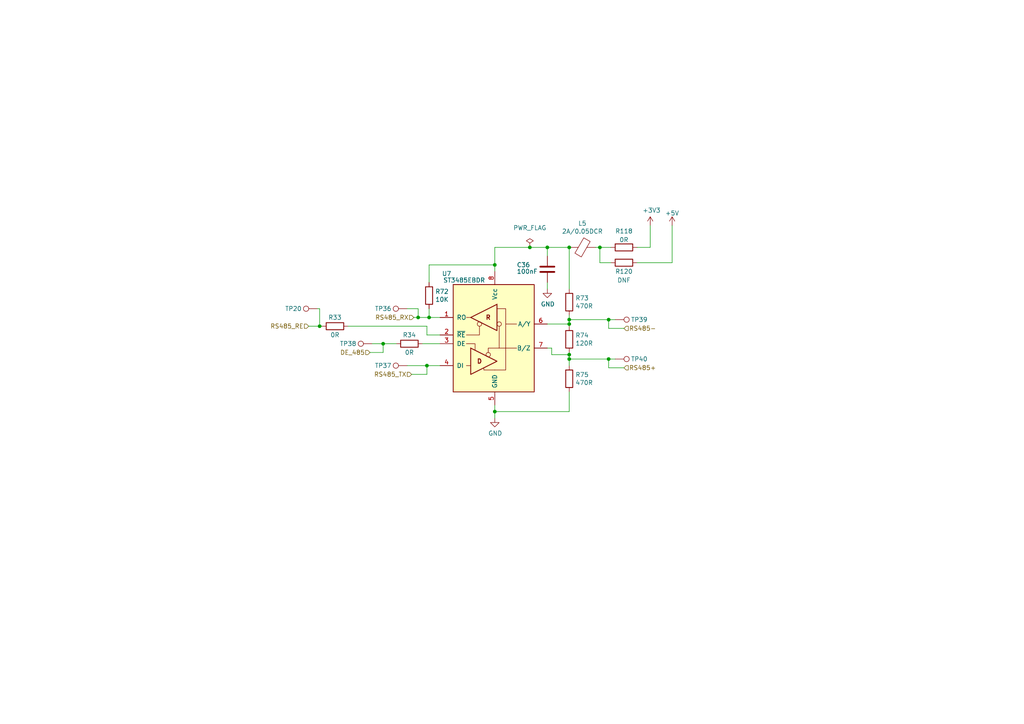
<source format=kicad_sch>
(kicad_sch (version 20230121) (generator eeschema)
  (paper "A4")
  (title_block (title "Open Smart Monitor") (date "2023-12-05") (rev "C.4") (company "Devtank LTD") (comment 1 "Part No: 304-010"))
  (lib_symbols
    (symbol "Device:C" (pin_numbers hide) (pin_names (offset 0.254))
      (property "Reference" "C" (at 0.635 2.54 0))
      (property "Value" "C" (at 0.635 -2.54 0))
      (symbol "C_0_1"
        (polyline (pts (xy -2.032 -0.762) (xy 2.032 -0.762)) (stroke (width 0.508)))
        (polyline (pts (xy -2.032 0.762) (xy 2.032 0.762)) (stroke (width 0.508)))
      )
      (symbol "C_1_1"
        (pin passive line (at 0 3.81 270) (length 2.794) (name "~") (number "1"))
        (pin passive line (at 0 -3.81 90) (length 2.794) (name "~") (number "2"))
      )
    )
    (symbol "Device:FerriteBead" (pin_numbers hide) (pin_names (offset 0))
      (property "Reference" "FB" (at -3.81 0.635 90))
      (property "Value" "FerriteBead" (at 3.81 0 90))
      (symbol "FerriteBead_0_1"
        (polyline (pts (xy 0 -1.27) (xy 0 -1.2192)))
        (polyline (pts (xy 0 1.27) (xy 0 1.2954)))
        (polyline (pts (xy -2.7686 0.4064) (xy -1.7018 2.2606) (xy 2.7686 -0.3048) (xy 1.6764 -2.159) (xy -2.7686 0.4064)))
      )
      (symbol "FerriteBead_1_1"
        (pin passive line (at 0 3.81 270) (length 2.54) (name "~") (number "1"))
        (pin passive line (at 0 -3.81 90) (length 2.54) (name "~") (number "2"))
      )
    )
    (symbol "Device:R" (pin_numbers hide) (pin_names (offset 0))
      (property "Reference" "R" (at 2.032 0 90))
      (property "Value" "R" (at 0 0 90))
      (symbol "R_0_1"
        (rectangle (start -1.016 -2.54) (end 1.016 2.54) (stroke (width 0.254)))
      )
      (symbol "R_1_1"
        (pin passive line (at 0 3.81 270) (length 1.27) (name "~") (number "1"))
        (pin passive line (at 0 -3.81 90) (length 1.27) (name "~") (number "2"))
      )
    )
    (symbol "OSM_env01-rescue:ISL83485-Devtank-ESP32-EVB_Rev_D-rescue" (pin_names (offset 1.016))
      (property "Reference" "U" (at -15.24 21.59 0))
      (property "Value" "ISL83485-Devtank-ESP32-EVB_Rev_D-rescue" (at -15.24 19.05 0))
      (symbol "ISL83485-Devtank-ESP32-EVB_Rev_D-rescue_0_0"
        (text "D" (at -4.445 -5.08 0) (effects (font (size 1.27 1.27) bold)))
        (text "R" (at -1.905 7.62 0) (effects (font (size 1.27 1.27) bold)))
      )
      (symbol "ISL83485-Devtank-ESP32-EVB_Rev_D-rescue_0_1"
        (rectangle (start -12.065 17.145) (end 11.43 -13.97) (stroke (width 0.254)) (fill (type background)))
        (polyline (pts (xy -8.255 -6.35) (xy -6.985 -6.35)))
        (polyline (pts (xy -6.985 7.62) (xy -8.255 7.62)))
        (polyline (pts (xy 1.27 -1.27) (xy 6.35 -1.27)))
        (polyline (pts (xy 3.175 -6.35) (xy 3.175 -2.54)))
        (polyline (pts (xy 3.175 -2.54) (xy 3.175 10.16)))
        (polyline (pts (xy -5.715 -1.905) (xy -5.715 0) (xy -8.255 0)))
        (polyline (pts (xy -4.445 5.08) (xy -4.445 2.54) (xy -8.255 2.54)))
        (polyline (pts (xy 0 -7.62) (xy -3.175 -7.62) (xy -3.175 -6.985)))
        (polyline (pts (xy 3.175 -6.35) (xy 3.175 -7.62) (xy 0 -7.62)))
        (polyline (pts (xy 3.175 10.16) (xy 0.635 10.16) (xy 0.635 10.16)))
        (polyline (pts (xy 1.27 5.08) (xy 1.27 -1.27) (xy -1.905 -1.27) (xy -1.905 -2.54)))
        (polyline (pts (xy -6.985 -1.27) (xy -6.985 -8.89) (xy 0.635 -5.08) (xy -6.985 -1.27) (xy -6.985 -1.27)) (stroke (width 0.254)))
        (polyline (pts (xy 0.635 11.43) (xy 0.635 3.81) (xy -6.985 7.62) (xy 0.635 11.43) (xy 0.635 11.43)) (stroke (width 0.254)))
        (circle (center 1.27 5.715) (radius 0.635))
        (rectangle (start 3.175 5.715) (end 6.35 5.715))
      )
      (symbol "ISL83485-Devtank-ESP32-EVB_Rev_D-rescue_1_1"
        (circle (center -4.445 5.715) (radius 0.635))
        (circle (center -1.905 -3.175) (radius 0.635))
        (pin output line (at -15.875 7.62 0) (length 3.81) (name "RO") (number "1"))
        (pin input line (at -15.875 2.54 0) (length 3.81) (name "~{RE}") (number "2"))
        (pin input line (at -15.875 0 0) (length 3.81) (name "DE") (number "3"))
        (pin input line (at -15.875 -6.35 0) (length 3.81) (name "DI") (number "4"))
        (pin power_in line (at 0 -17.78 90) (length 3.81) (name "GND") (number "5"))
        (pin output line (at 15.24 5.715 180) (length 3.81) (name "A/Y") (number "6"))
        (pin input line (at 15.24 -1.27 180) (length 3.81) (name "B/Z") (number "7"))
        (pin power_in line (at 0 20.955 270) (length 3.81) (name "Vcc") (number "8"))
      )
    )
    (symbol "OSM_env01-rescue:Test_Point-Connector-ESP32-EVB_Rev_D-rescue" (pin_numbers hide) (pin_names (offset 0.762) hide)
      (property "Reference" "TP" (at 0 6.858 0))
      (property "Value" "Test_Point-Connector-ESP32-EVB_Rev_D-rescue" (at 0 5.08 0))
      (symbol "Test_Point-Connector-ESP32-EVB_Rev_D-rescue_0_1"
        (circle (center 0 3.302) (radius 0.762))
      )
      (symbol "Test_Point-Connector-ESP32-EVB_Rev_D-rescue_1_1"
        (pin passive line (at 0 0 90) (length 2.54) (name "1") (number "1"))
      )
    )
    (symbol "OSM_env01:+5V" (power) (pin_names (offset 0))
      (property "Value" "+5V" (at 0 3.556 0))
      (symbol "+5V_0_1"
        (polyline (pts (xy -0.762 1.27) (xy 0 2.54)))
        (polyline (pts (xy 0 0) (xy 0 2.54)))
        (polyline (pts (xy 0 2.54) (xy 0.762 1.27)))
      )
      (symbol "+5V_1_1"
        (pin power_in line (at 0 0 90) (length 0) hide (name "+5V") (number "1"))
      )
    )
    (symbol "power:+3V3" (power) (pin_names (offset 0))
      (property "Value" "+3V3" (at 0 3.556 0))
      (symbol "+3V3_0_1"
        (polyline (pts (xy -0.762 1.27) (xy 0 2.54)))
        (polyline (pts (xy 0 0) (xy 0 2.54)))
        (polyline (pts (xy 0 2.54) (xy 0.762 1.27)))
      )
      (symbol "+3V3_1_1"
        (pin power_in line (at 0 0 90) (length 0) hide (name "+3V3") (number "1"))
      )
    )
    (symbol "power:GND" (power) (pin_names (offset 0))
      (property "Value" "GND" (at 0 -3.81 0))
      (symbol "GND_0_1"
        (polyline (pts (xy 0 0) (xy 0 -1.27) (xy 1.27 -1.27) (xy 0 -2.54) (xy -1.27 -1.27) (xy 0 -1.27)))
      )
      (symbol "GND_1_1"
        (pin power_in line (at 0 0 270) (length 0) hide (name "GND") (number "1"))
      )
    )
    (symbol "power:PWR_FLAG" (power) (pin_numbers hide) (pin_names (offset 0) hide)
      (property "Value" "PWR_FLAG" (at 0 3.81 0))
      (symbol "PWR_FLAG_0_0"
        (pin power_out line (at 0 0 90) (length 0) (name "pwr") (number "1"))
      )
      (symbol "PWR_FLAG_0_1"
        (polyline (pts (xy 0 0) (xy 0 1.27) (xy -1.016 1.905) (xy 0 2.54) (xy 1.016 1.905) (xy 0 1.27)))
      )
    )
  )
  (junction (at 173.99 71.755))
  (junction (at 176.53 104.14))
  (junction (at 143.51 119.38))
  (junction (at 176.53 92.71))
  (junction (at 158.75 71.755))
  (junction (at 165.1 102.87))
  (junction (at 143.51 76.835))
  (junction (at 92.71 94.615))
  (junction (at 165.1 71.755))
  (junction (at 165.1 104.14))
  (junction (at 121.285 92.075))
  (junction (at 153.67 71.755))
  (junction (at 123.825 106.045))
  (junction (at 165.1 93.98))
  (junction (at 111.125 99.695))
  (junction (at 165.1 92.71))
  (junction (at 124.46 92.075))
  (wire (pts (xy 172.72 71.755) (xy 173.99 71.755)))
  (wire (pts (xy 158.75 83.82) (xy 158.75 81.915)))
  (wire (pts (xy 127.635 92.075) (xy 124.46 92.075)))
  (wire (pts (xy 165.1 92.71) (xy 165.1 91.44)))
  (wire (pts (xy 160.02 100.965) (xy 160.02 102.87)))
  (wire (pts (xy 176.53 92.71) (xy 178.435 92.71)))
  (wire (pts (xy 184.785 76.2) (xy 194.945 76.2)))
  (wire (pts (xy 165.1 104.14) (xy 176.53 104.14)))
  (wire (pts (xy 121.285 92.075) (xy 124.46 92.075)))
  (wire (pts (xy 119.38 108.585) (xy 123.825 108.585)))
  (wire (pts (xy 184.785 71.755) (xy 188.595 71.755)))
  (wire (pts (xy 165.1 104.14) (xy 165.1 102.87)))
  (wire (pts (xy 118.11 89.535) (xy 121.285 89.535)))
  (wire (pts (xy 111.125 99.695) (xy 111.125 102.235)))
  (wire (pts (xy 158.75 100.965) (xy 160.02 100.965)))
  (wire (pts (xy 165.1 93.98) (xy 165.1 92.71)))
  (wire (pts (xy 143.51 71.755) (xy 143.51 76.835)))
  (wire (pts (xy 120.015 92.075) (xy 121.285 92.075)))
  (wire (pts (xy 100.965 94.615) (xy 123.825 94.615)))
  (wire (pts (xy 124.46 81.915) (xy 124.46 76.835)))
  (wire (pts (xy 176.53 106.68) (xy 176.53 104.14)))
  (wire (pts (xy 143.51 119.38) (xy 165.1 119.38)))
  (wire (pts (xy 127.635 97.155) (xy 123.825 97.155)))
  (wire (pts (xy 165.1 106.045) (xy 165.1 104.14)))
  (wire (pts (xy 143.51 121.285) (xy 143.51 119.38)))
  (wire (pts (xy 153.67 71.755) (xy 158.75 71.755)))
  (wire (pts (xy 165.1 119.38) (xy 165.1 113.665)))
  (wire (pts (xy 143.51 117.475) (xy 143.51 119.38)))
  (wire (pts (xy 173.99 71.755) (xy 177.165 71.755)))
  (wire (pts (xy 194.945 65.405) (xy 194.945 76.2)))
  (wire (pts (xy 121.285 89.535) (xy 121.285 92.075)))
  (wire (pts (xy 111.125 99.695) (xy 114.935 99.695)))
  (wire (pts (xy 123.825 97.155) (xy 123.825 94.615)))
  (wire (pts (xy 124.46 92.075) (xy 124.46 89.535)))
  (wire (pts (xy 92.71 89.535) (xy 92.71 94.615)))
  (wire (pts (xy 160.02 102.87) (xy 165.1 102.87)))
  (wire (pts (xy 165.1 102.87) (xy 165.1 102.235)))
  (wire (pts (xy 107.95 99.695) (xy 111.125 99.695)))
  (wire (pts (xy 92.71 94.615) (xy 89.535 94.615)))
  (wire (pts (xy 176.53 104.14) (xy 178.435 104.14)))
  (wire (pts (xy 177.165 76.2) (xy 173.99 76.2)))
  (wire (pts (xy 123.825 106.045) (xy 127.635 106.045)))
  (wire (pts (xy 111.125 102.235) (xy 107.315 102.235)))
  (wire (pts (xy 165.1 92.71) (xy 176.53 92.71)))
  (wire (pts (xy 143.51 76.835) (xy 143.51 78.74)))
  (wire (pts (xy 92.075 89.535) (xy 92.71 89.535)))
  (wire (pts (xy 143.51 71.755) (xy 153.67 71.755)))
  (wire (pts (xy 158.75 74.295) (xy 158.75 71.755)))
  (wire (pts (xy 127.635 99.695) (xy 122.555 99.695)))
  (wire (pts (xy 123.825 108.585) (xy 123.825 106.045)))
  (wire (pts (xy 188.595 65.405) (xy 188.595 71.755)))
  (wire (pts (xy 176.53 95.25) (xy 176.53 92.71)))
  (wire (pts (xy 165.1 71.755) (xy 165.1 83.82)))
  (wire (pts (xy 173.99 76.2) (xy 173.99 71.755)))
  (wire (pts (xy 165.1 93.98) (xy 158.75 93.98)))
  (wire (pts (xy 180.975 106.68) (xy 176.53 106.68)))
  (wire (pts (xy 124.46 76.835) (xy 143.51 76.835)))
  (wire (pts (xy 158.75 71.755) (xy 165.1 71.755)))
  (wire (pts (xy 93.345 94.615) (xy 92.71 94.615)))
  (wire (pts (xy 118.11 106.045) (xy 123.825 106.045)))
  (wire (pts (xy 165.1 94.615) (xy 165.1 93.98)))
  (wire (pts (xy 180.975 95.25) (xy 176.53 95.25)))
  (hierarchical_label "RS485_RE" (shape input) (at 89.535 94.615 180))
  (hierarchical_label "RS485_RX" (shape input) (at 120.015 92.075 180))
  (hierarchical_label "RS485_TX" (shape input) (at 119.38 108.585 180))
  (hierarchical_label "RS485-" (shape input) (at 180.975 95.25 0))
  (hierarchical_label "RS485+" (shape input) (at 180.975 106.68 0))
  (hierarchical_label "DE_485" (shape input) (at 107.315 102.235 180))
  (symbol (lib_id "OSM_env01-rescue:ISL83485-Devtank-ESP32-EVB_Rev_D-rescue") (at 143.51 99.695 0) (unit 1)
    (property "Reference" "U7" (at 129.54 79.375 0))
    (property "Value" "ST3485EBDR" (at 134.62 81.28 0))
    (property "Footprint" "Package_SO:SOIC-8_3.9x4.9mm_P1.27mm" (effects hide))
    (property "Datasheet" "http://www.intersil.com/content/dam/Intersil/documents/isl8/isl83483-85-88-90-91.https://www.mouser.co.uk/datasheet/2/389/st3485eb-1850066.pdf" (effects hide))
    (property "Manufacturer" "STMicroelectronics " (effects hide))
    (property "Manufacturer Part Number" "ST3485EBDR" (effects hide))
  )
  (symbol (lib_id "Device:C") (at 158.75 78.105 0) (unit 1)
    (property "Reference" "C36" (at 149.86 76.835 0) (effects (justify left)))
    (property "Value" "100nF" (at 149.86 78.74 0) (effects (justify left)))
    (property "Footprint" "Capacitor_SMD:C_0402_1005Metric" (effects hide))
    (property "Voltage" "50V" (effects hide))
    (property "Characteristics" "X5R" (effects hide))
    (property "Other" "Can use own part, but needs to meet the specs" (effects hide))
  )
  (symbol (lib_id "Device:R") (at 124.46 85.725 0) (unit 1)
    (property "Reference" "R72" (at 126.238 84.5566 0) (effects (justify left)))
    (property "Value" "10K" (at 126.238 86.868 0) (effects (justify left)))
    (property "Footprint" "Resistor_SMD:R_0402_1005Metric" (effects hide))
    (property "Tolerance" "1%" (effects hide))
  )
  (symbol (lib_id "Device:R") (at 165.1 87.63 0) (unit 1)
    (property "Reference" "R73" (at 166.878 86.4616 0) (effects (justify left)))
    (property "Value" "470R" (at 166.878 88.773 0) (effects (justify left)))
    (property "Footprint" "Resistor_SMD:R_0603_1608Metric" (effects hide))
    (property "Tolerance" "1%" (effects hide))
  )
  (symbol (lib_id "Device:R") (at 165.1 98.425 0) (unit 1)
    (property "Reference" "R74" (at 166.878 97.2566 0) (effects (justify left)))
    (property "Value" "120R" (at 166.878 99.568 0) (effects (justify left)))
    (property "Footprint" "Resistor_SMD:R_0603_1608Metric" (effects hide))
    (property "Tolerance" "1%" (effects hide))
  )
  (symbol (lib_id "Device:R") (at 165.1 109.855 0) (unit 1)
    (property "Reference" "R75" (at 166.878 108.6866 0) (effects (justify left)))
    (property "Value" "470R" (at 166.878 110.998 0) (effects (justify left)))
    (property "Footprint" "Resistor_SMD:R_0603_1608Metric" (effects hide))
    (property "Tolerance" "1%" (effects hide))
  )
  (symbol (lib_id "power:GND") (at 143.51 121.285 0) (unit 1)
    (property "Reference" "#PWR056" (effects hide))
    (property "Value" "GND" (at 143.637 125.6792 0))
  )
  (symbol (lib_id "power:GND") (at 158.75 83.82 0) (unit 1)
    (property "Reference" "#PWR057" (effects hide))
    (property "Value" "GND" (at 158.877 88.2142 0))
  )
  (symbol (lib_id "OSM_env01-rescue:Test_Point-Connector-ESP32-EVB_Rev_D-rescue") (at 178.435 92.71 270) (unit 1)
    (property "Reference" "TP39" (at 185.42 92.71 90))
    (property "Value" "Test_Point" (effects hide))
    (property "Footprint" "TestPoint:TestPoint_Pad_D1.5mm" (effects hide))
  )
  (symbol (lib_id "OSM_env01-rescue:Test_Point-Connector-ESP32-EVB_Rev_D-rescue") (at 178.435 104.14 270) (unit 1)
    (property "Reference" "TP40" (at 185.42 104.14 90))
    (property "Value" "Test_Point" (effects hide))
    (property "Footprint" "TestPoint:TestPoint_Pad_D1.5mm" (effects hide))
  )
  (symbol (lib_id "OSM_env01-rescue:Test_Point-Connector-ESP32-EVB_Rev_D-rescue") (at 107.95 99.695 90) (unit 1)
    (property "Reference" "TP38" (at 100.965 99.695 90))
    (property "Value" "Test_Point" (effects hide))
    (property "Footprint" "TestPoint:TestPoint_Pad_D1.5mm" (effects hide))
  )
  (symbol (lib_id "OSM_env01-rescue:Test_Point-Connector-ESP32-EVB_Rev_D-rescue") (at 118.11 106.045 90) (unit 1)
    (property "Reference" "TP37" (at 111.125 106.045 90))
    (property "Value" "Test_Point" (effects hide))
    (property "Footprint" "TestPoint:TestPoint_Pad_D1.5mm" (effects hide))
  )
  (symbol (lib_id "OSM_env01-rescue:Test_Point-Connector-ESP32-EVB_Rev_D-rescue") (at 118.11 89.535 90) (unit 1)
    (property "Reference" "TP36" (at 111.125 89.535 90))
    (property "Value" "Test_Point" (effects hide))
    (property "Footprint" "TestPoint:TestPoint_Pad_D1.5mm" (effects hide))
  )
  (symbol (lib_id "Device:R") (at 118.745 99.695 270) (unit 1)
    (property "Reference" "R34" (at 118.745 97.155 90))
    (property "Value" "0R" (at 118.745 102.235 90))
    (property "Footprint" "Resistor_SMD:R_0402_1005Metric" (effects hide))
    (property "Tolerance" "1%" (effects hide))
  )
  (symbol (lib_id "Device:R") (at 97.155 94.615 270) (unit 1)
    (property "Reference" "R33" (at 97.155 92.075 90))
    (property "Value" "0R" (at 97.155 97.155 90))
    (property "Footprint" "Resistor_SMD:R_0402_1005Metric" (effects hide))
    (property "Tolerance" "1%" (effects hide))
  )
  (symbol (lib_id "power:+3V3") (at 188.595 65.405 0) (unit 1)
    (property "Reference" "#PWR0150" (effects hide))
    (property "Value" "+3V3" (at 188.976 61.0108 0))
  )
  (symbol (lib_id "Device:FerriteBead") (at 168.91 71.755 270) (unit 1)
    (property "Reference" "L5" (at 168.91 64.7954 90))
    (property "Value" "2A/0.05DCR" (at 168.91 67.1068 90))
    (property "Footprint" "Inductor_SMD:L_0402_1005Metric" (effects hide))
    (property "Manufacturer" "TDK" (effects hide))
    (property "Manufacturer Part Number" "MPZ1005S121HT000 " (effects hide))
    (property "Other" "Can use own part, but needs to meet the specs" (effects hide))
  )
  (symbol (lib_id "power:PWR_FLAG") (at 153.67 71.755 0) (unit 1)
    (property "Reference" "#FLG0107" (effects hide))
    (property "Value" "PWR_FLAG" (at 153.67 66.0908 0))
  )
  (symbol (lib_id "OSM_env01-rescue:Test_Point-Connector-ESP32-EVB_Rev_D-rescue") (at 92.075 89.535 90) (unit 1)
    (property "Reference" "TP20" (at 85.09 89.535 90))
    (property "Value" "Test_Point" (effects hide))
    (property "Footprint" "TestPoint:TestPoint_Pad_D1.5mm" (effects hide))
  )
  (symbol (lib_id "Device:R") (at 180.975 76.2 90) (unit 1)
    (property "Reference" "R120" (at 180.975 78.74 90))
    (property "Value" "DNF" (at 180.975 81.28 90))
    (property "Footprint" "Resistor_SMD:R_0402_1005Metric" (effects hide))
    (property "Tolerance" "1%" (effects hide))
  )
  (symbol (lib_id "Device:R") (at 180.975 71.755 90) (unit 1)
    (property "Reference" "R118" (at 180.975 67.0392 90))
    (property "Value" "0R" (at 180.975 69.5761 90))
    (property "Footprint" "Resistor_SMD:R_0402_1005Metric" (effects hide))
    (property "Tolerance" "1%" (effects hide))
  )
  (symbol (lib_id "OSM_env01:+5V") (at 194.945 65.405 0) (unit 1)
    (property "Reference" "#PWR096" (effects hide))
    (property "Value" "+5V" (at 194.945 61.8292 0))
  )
)
</source>
